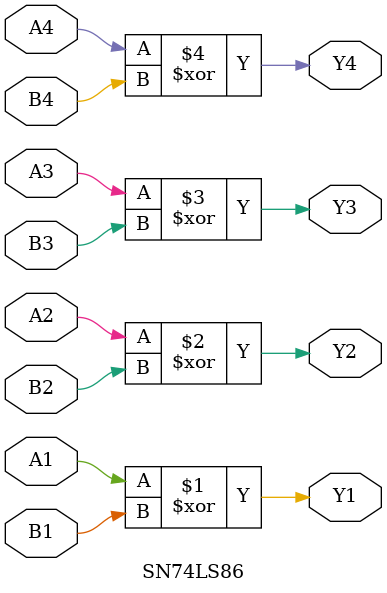
<source format=v>
module SN74LS86(
	input  A1, B1, 
    input  A2, B2, 
    input  A3, B3, 
    input  A4, B4,  
    output Y1,      
    output Y2,      
    output Y3,      
    output Y4       
    );
assign Y1 = A1^B1;  
assign Y2 = A2^B2;
assign Y3 = A3^B3;
assign Y4 = A4^B4;



endmodule
</source>
